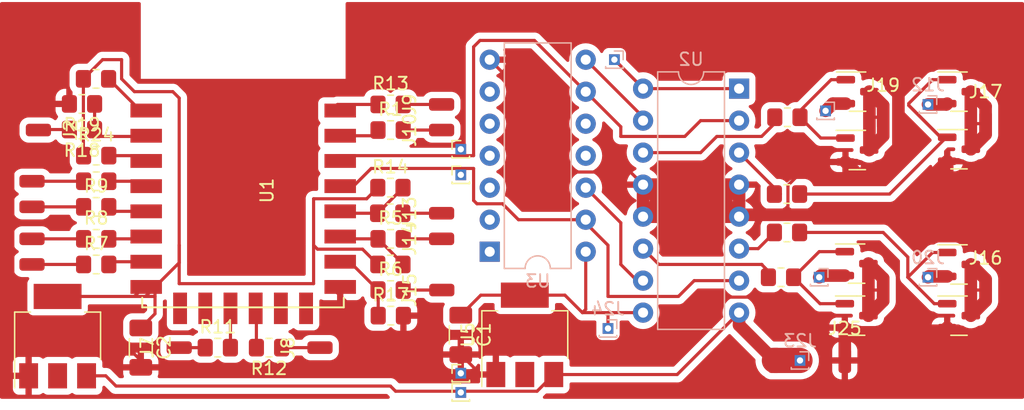
<source format=kicad_pcb>
(kicad_pcb (version 20221018) (generator pcbnew)
  (layers (0 "F.Cu" signal) (31 "B.Cu" signal) (34 "B.Paste" user) (35 "F.Paste" user) (36 "B.SilkS" user "B.Silkscreen") (37 "F.SilkS" user "F.Silkscreen") (38 "B.Mask" user) (39 "F.Mask" user) (44 "Edge.Cuts" user))
  (net 0 "")
  (net 1 "Net-(J2-Pin_1)")
  (net 2 "Net-(J3-Pin_1)")
  (net 3 "Net-(J4-Pin_1)")
  (net 4 "Net-(J5-Pin_1)")
  (net 5 "Net-(J6-Pin_1)")
  (net 6 "Net-(J7-Pin_1)")
  (net 7 "Net-(J8-Pin_1)")
  (net 8 "Net-(J9-Pin_1)")
  (net 9 "Net-(J10-Pin_1)")
  (net 10 "Net-(J13-Pin_1)")
  (net 11 "Net-(J14-Pin_1)")
  (net 12 "Net-(J15-Pin_1)")
  (net 13 "Net-(J16-Pin_1)")
  (net 14 "Net-(J17-Pin_1)")
  (net 15 "Net-(J18-Pin_1)")
  (net 16 "Net-(J19-Pin_1)")
  (net 17 "Net-(Q1-G)")
  (net 18 "Net-(Q2-G)")
  (net 19 "Net-(Q3-G)")
  (net 20 "Net-(Q4-G)")
  (net 21 "Net-(U1-RXD)")
  (net 22 "Net-(U1-GPIO0)")
  (net 23 "Net-(U1-GPIO2)")
  (net 24 "Net-(U1-GPIO15)")
  (net 25 "Net-(U1-GPIO13)")
  (net 26 "Net-(U1-GPIO12)")
  (net 27 "Net-(U1-GPIO14)")
  (net 28 "Net-(U1-GPIO16)")
  (net 29 "Net-(U1-GPIO9)")
  (net 30 "Net-(U1-GPIO10)")
  (net 31 "Net-(U1-TXD)")
  (net 32 "Net-(U1-REST)")
  (net 33 "Net-(U1-ADC)")
  (net 34 "Net-(U2-1Y)")
  (net 35 "Net-(U2-2Y)")
  (net 36 "Net-(U2-3Y)")
  (net 37 "Net-(U2-4Y)")
  (net 38 "Net-(U1-CH_PD)")
  (net 47 "GND")
  (net 48 "+5V")
  (net 49 "+3.3V")
  (net 50 "+12V")
  (net 55 "Net-(U2-3A)")
  (net 56 "Net-(U2-4A)")
  (net 57 "Net-(J28-Pin_1)")
  (net 58 "Net-(J29-Pin_1)")
  (footprint "Resistor_SMD:R_0805_2012Metric_Pad1.20x1.40mm_HandSolder" (layer "F.Cu") (at 94.98 47.752)
    (fp_text reference "R4" hide)
    (fp_text value "R")
  )
  (footprint "Package_TO_SOT_SMD:SOT-223-3_TabPin2" (layer "F.Cu") (at 68.58 57.506 90)
    (fp_text reference "U4" hide)
    (fp_text value "LM1117MP-3.3")
  )
  (footprint "Connector_Wire:SolderWirePad_1x01_SMD_1x2mm" (layer "F.Cu") (at 89.408 58.42 90)
    (fp_text reference "J8")
    (fp_text value "Conn_01x01_Pin" hide)
  )
  (footprint "Connector_Wire:SolderWirePad_1x01_SMD_1x2mm" (layer "F.Cu") (at 99.06 47.752 90)
    (fp_text reference "J13")
    (fp_text value "Conn_01x01_Pin" hide)
  )
  (footprint "Package_TO_SOT_SMD:SOT-23" (layer "F.Cu") (at 140.1295 55.88)
    (fp_text reference "Q5" hide)
    (fp_text value "AO3400A" hide)
  )
  (footprint "Resistor_SMD:R_0805_2012Metric_Pad1.20x1.40mm_HandSolder" (layer "F.Cu") (at 71.644 49.784)
    (fp_text reference "R8")
    (fp_text value "R")
  )
  (footprint "Connector_Wire:SolderWirePad_1x01_SMD_1x2mm" (layer "F.Cu") (at 99.06 41.148 90)
    (fp_text reference "J10")
    (fp_text value "Conn_01x01_Pin" hide)
  )
  (footprint "Resistor_SMD:R_0805_2012Metric_Pad1.20x1.40mm_HandSolder" (layer "F.Cu") (at 71.644 45.212)
    (fp_text reference "R10" hide)
    (fp_text value "R")
  )
  (footprint "Resistor_SMD:R_0805_2012Metric_Pad1.20x1.40mm_HandSolder" (layer "F.Cu") (at 94.996 51.816)
    (fp_text reference "R15" hide)
    (fp_text value "R")
  )
  (footprint "Package_TO_SOT_SMD:SOT-23" (layer "F.Cu") (at 140.1295 38.1)
    (fp_text reference "Q6" hide)
    (fp_text value "AO3401A" hide)
  )
  (footprint "Connector_PinHeader_1.00mm:PinHeader_1x01_P1.00mm_Vertical" (layer "F.Cu") (at 100.584 61.976)
    (fp_text reference "J26" hide)
    (fp_text value "Conn_01x01_Pin" hide)
  )
  (footprint "Connector_PinHeader_1.00mm:PinHeader_1x01_P1.00mm_Vertical" (layer "F.Cu") (at 100.584 60.452)
    (fp_text reference "J27" hide)
    (fp_text value "Conn_01x01_Pin" hide)
  )
  (footprint "Connector_Wire:SolderWirePad_1x01_SMD_1x2mm" (layer "F.Cu") (at 125.476 59.436 180)
    (fp_text reference "J1" hide)
    (fp_text value "Conn_01x01_Pin" hide)
  )
  (footprint "Connector_Wire:SolderWirePad_1x01_SMD_1x2mm" (layer "F.Cu") (at 66.548 45.212 90)
    (fp_text reference "J3" hide)
    (fp_text value "Conn_01x01_Pin")
  )
  (footprint "Connector_Wire:SolderWirePad_1x01_SMD_1x2mm" (layer "F.Cu") (at 99.076 53.848 90)
    (fp_text reference "J15")
    (fp_text value "Conn_01x01_Pin" hide)
  )
  (footprint "Connector_Wire:SolderWirePad_1x01_SMD_1x2mm" (layer "F.Cu") (at 142.24 53.848)
    (fp_text reference "J16")
    (fp_text value "Conn_01x01_Pin" hide)
  )
  (footprint "Connector_Wire:SolderWirePad_1x01_SMD_1x2mm" (layer "F.Cu") (at 66.548 51.816 90)
    (fp_text reference "J6" hide)
    (fp_text value "Conn_01x01_Pin" hide)
  )
  (footprint "Connector_Wire:SolderWirePad_1x01_SMD_1x2mm" (layer "F.Cu") (at 66.548 49.784 90)
    (fp_text reference "J5" hide)
    (fp_text value "Conn_01x01_Pin" hide)
  )
  (footprint "Connector_Wire:SolderWirePad_1x01_SMD_1x2mm" (layer "F.Cu") (at 142.24 40.64)
    (fp_text reference "J17")
    (fp_text value "Conn_01x01_Pin" hide)
  )
  (footprint "Package_TO_SOT_SMD:SOT-23" (layer "F.Cu") (at 132.08 38.1)
    (fp_text reference "Q7" hide)
    (fp_text value "AO3401A" hide)
  )
  (footprint "Resistor_SMD:R_0805_2012Metric_Pad1.20x1.40mm_HandSolder" (layer "F.Cu") (at 95.012 49.784)
    (fp_text reference "R5")
    (fp_text value "R")
  )
  (footprint "Connector_Wire:SolderWirePad_1x01_SMD_1x2mm" (layer "F.Cu") (at 131.064 59.436)
    (fp_text reference "J25")
    (fp_text value "Conn_01x01_Pin" hide)
  )
  (footprint "Resistor_SMD:R_0805_2012Metric_Pad1.20x1.40mm_HandSolder" (layer "F.Cu") (at 70.51704 41.106607 180)
    (fp_text reference "R18")
    (fp_text value "R")
  )
  (footprint "Connector_Wire:SolderWirePad_1x01_SMD_1x2mm" (layer "F.Cu") (at 66.548 47.244 90)
    (fp_text reference "J4" hide)
    (fp_text value "Conn_01x01_Pin")
  )
  (footprint "Capacitor_SMD:C_1206_3216Metric_Pad1.33x1.80mm_HandSolder" (layer "F.Cu") (at 75.184 58.42 -90)
    (fp_text reference "C2")
    (fp_text value "C")
  )
  (footprint "Connector_Wire:SolderWirePad_1x01_SMD_1x2mm" (layer "F.Cu") (at 99.06 39.116 90)
    (fp_text reference "J9")
    (fp_text value "Conn_01x01_Pin" hide)
  )
  (footprint "Resistor_SMD:R_0805_2012Metric_Pad1.20x1.40mm_HandSolder" (layer "F.Cu") (at 94.996 45.72)
    (fp_text reference "R14")
    (fp_text value "R")
  )
  (footprint "Resistor_SMD:R_0805_2012Metric_Pad1.20x1.40mm_HandSolder" (layer "F.Cu") (at 81.296 58.42)
    (fp_text reference "R11")
    (fp_text value "R")
  )
  (footprint "Package_TO_SOT_SMD:SOT-23" (layer "F.Cu") (at 140.1295 51.816)
    (fp_text reference "Q4" hide)
    (fp_text value "AO3401A" hide)
  )
  (footprint "Connector_Wire:SolderWirePad_1x01_SMD_1x2mm" (layer "F.Cu") (at 99.06 49.784 90)
    (fp_text reference "J14")
    (fp_text value "Conn_01x01_Pin" hide)
  )
  (footprint "Resistor_SMD:R_0805_2012Metric_Pad1.20x1.40mm_HandSolder" (layer "F.Cu") (at 95.012 41.148)
    (fp_text reference "R1")
    (fp_text value "R")
  )
  (footprint "Resistor_SMD:R_0805_2012Metric_Pad1.20x1.40mm_HandSolder" (layer "F.Cu") (at 85.36 58.42 180)
    (fp_text reference "R12")
    (fp_text value "R")
  )
  (footprint "Resistor_SMD:R_0805_2012Metric_Pad1.20x1.40mm_HandSolder" (layer "F.Cu") (at 95.012 39.116)
    (fp_text reference "R13")
    (fp_text value "R")
  )
  (footprint "Package_TO_SOT_SMD:SOT-23" (layer "F.Cu") (at 132.05536 42.73325)
    (fp_text reference "Q1" hide)
    (fp_text value "AO3400A" hide)
  )
  (footprint "Connector_Wire:SolderWirePad_1x01_SMD_1x2mm" (layer "F.Cu") (at 134.112 40.132)
    (fp_text reference "J19")
    (fp_text value "Conn_01x01_Pin" hide)
  )
  (footprint "Resistor_SMD:R_0805_2012Metric_Pad1.20x1.40mm_HandSolder" (layer "F.Cu") (at 95.028 55.88)
    (fp_text reference "R17")
    (fp_text value "R")
  )
  (footprint "Resistor_SMD:R_0805_2012Metric_Pad1.20x1.40mm_HandSolder" (layer "F.Cu") (at 71.628 37.084)
    (fp_text reference "R16" hide)
    (fp_text value "R")
  )
  (footprint "Package_TO_SOT_SMD:SOT-223-3_TabPin2" (layer "F.Cu") (at 105.664 57.404 90)
    (fp_text reference "U5")
    (fp_text value "LM1117MP-5.0" hide)
  )
  (footprint "Resistor_SMD:R_0805_2012Metric_Pad1.20x1.40mm_HandSolder" (layer "F.Cu") (at 126 52.832)
    (fp_text reference "R22" hide)
    (fp_text value "R" hide)
  )
  (footprint "Resistor_SMD:R_0805_2012Metric_Pad1.20x1.40mm_HandSolder" (layer "F.Cu") (at 126.476 46.228)
    (fp_text reference "R20" hide)
    (fp_text value "R")
  )
  (footprint "Resistor_SMD:R_0805_2012Metric_Pad1.20x1.40mm_HandSolder" (layer "F.Cu") (at 70.51704 39.074607 180)
    (fp_text reference "R19")
    (fp_text value "R")
  )
  (footprint "ESP8266:ESP-12E_SMD" (layer "F.Cu") (at 76.312 39.6005)
    (fp_text reference "U1")
    (fp_text value "ESP-12F" hide)
  )
  (footprint "Resistor_SMD:R_0805_2012Metric_Pad1.20x1.40mm_HandSolder" (layer "F.Cu") (at 126.508 40.132)
    (fp_text reference "R23" hide)
    (fp_text value "R" hide)
  )
  (footprint "Connector_Wire:SolderWirePad_1x01_SMD_1x2mm" (layer "F.Cu") (at 134.112 53.848)
    (fp_text reference "J18" hide)
    (fp_text value "Conn_01x01_Pin" hide)
  )
  (footprint "Package_TO_SOT_SMD:SOT-23" (layer "F.Cu") (at 132.0015 55.88)
    (fp_text reference "Q2" hide)
    (fp_text value "AO3400A" hide)
  )
  (footprint "Resistor_SMD:R_0805_2012Metric_Pad1.20x1.40mm_HandSolder" (layer "F.Cu") (at 71.644 43.18)
    (fp_text reference "R24")
    (fp_text value "R")
  )
  (footprint "Package_TO_SOT_SMD:SOT-23" (layer "F.Cu") (at 132.0015 51.75)
    (fp_text reference "Q8" hide)
    (fp_text value "AO3401A" hide)
  )
  (footprint "Connector_Wire:SolderWirePad_1x01_SMD_1x2mm" (layer "F.Cu") (at 78.232 58.42 90)
    (fp_text reference "J7")
    (fp_text value "Conn_01x01_Pin" hide)
  )
  (footprint "Connector_Wire:SolderWirePad_1x01_SMD_1x2mm" (layer "F.Cu") (at 67.056 41.148 -90)
    (fp_text reference "J2")
    (fp_text value "Conn_01x01_Pin" hide)
  )
  (footprint "Resistor_SMD:R_0805_2012Metric_Pad1.20x1.40mm_HandSolder" (layer "F.Cu") (at 71.644 47.244)
    (fp_text reference "R9")
    (fp_text value "R")
  )
  (footprint "Connector_PinHeader_1.00mm:PinHeader_1x01_P1.00mm_Vertical" (layer "F.Cu") (at 100.584 44.704)
    (fp_text reference "J29" hide)
    (fp_text value "Conn_01x01_Pin" hide)
  )
  (footprint "Resistor_SMD:R_0805_2012Metric_Pad1.20x1.40mm_HandSolder" (layer "F.Cu") (at 126.476 49.276)
    (fp_text reference "R21" hide)
    (fp_text value "R" hide)
  )
  (footprint "Capacitor_SMD:C_1206_3216Metric_Pad1.33x1.80mm_HandSolder" (layer "F.Cu") (at 100.584 57.404 -90)
    (fp_text reference "C1")
    (fp_text value "C")
  )
  (footprint "Resistor_SMD:R_0805_2012Metric_Pad1.20x1.40mm_HandSolder" (layer "F.Cu") (at 71.644 51.816)
    (fp_text reference "R7")
    (fp_text value "R")
  )
  (footprint "Package_TO_SOT_SMD:SOT-23" (layer "F.Cu") (at 140.1295 42.672)
    (fp_text reference "Q3" hide)
    (fp_text value "AO3400A" hide)
  )
  (footprint "Resistor_SMD:R_0805_2012Metric_Pad1.20x1.40mm_HandSolder" (layer "F.Cu") (at 95.012 53.848)
    (fp_text reference "R6")
    (fp_text value "R")
  )
  (footprint "Connector_PinHeader_1.00mm:PinHeader_1x01_P1.00mm_Vertical" (layer "F.Cu") (at 100.584 42.672)
    (fp_text reference "J28" hide)
    (fp_text value "Conn_01x01_Pin" hide)
  )
  (footprint "Connector_PinHeader_1.00mm:PinHeader_1x01_P1.00mm_Vertical" (layer "B.Cu") (at 129.032 52.832 180)
    (fp_text reference "J21" hide)
    (fp_text value "Conn_01x01_Pin" hide)
  )
  (footprint "Connector_PinHeader_1.00mm:PinHeader_1x01_P1.00mm_Vertical" (layer "B.Cu") (at 137.668 39.116 180)
    (fp_text reference "J12")
    (fp_text value "Conn_01x01_Pin" hide)
  )
  (footprint "Connector_PinHeader_1.00mm:PinHeader_1x01_P1.00mm_Vertical" (layer "B.Cu") (at 137.668 52.832 180)
    (fp_text reference "J20")
    (fp_text value "Conn_01x01_Pin" hide)
  )
  (footprint "Package_DIP:DIP-14_W7.62mm" (layer "B.Cu") (at 102.88 50.805)
    (fp_text reference "U3")
    (fp_text value "74HC04" hide)
  )
  (footprint "Connector_PinHeader_1.00mm:PinHeader_1x01_P1.00mm_Vertical" (layer "B.Cu") (at 129.54 39.624 180)
    (fp_text reference "J11" hide)
    (fp_text value "Conn_01x01_Pin" hide)
  )
  (footprint "Connector_PinHeader_1.00mm:PinHeader_1x01_P1.00mm_Vertical" (layer "B.Cu") (at 112.776 35.56 180)
    (fp_text reference "J22" hide)
    (fp_text value "Conn_01x01_Pin" hide)
  )
  (footprint "Connector_PinHeader_1.00mm:PinHeader_1x01_P1.00mm_Vertical" (layer "B.Cu") (at 112.268 56.896 180)
    (fp_text reference "J24")
    (fp_text value "Conn_01x01_Pin" hide)
  )
  (footprint "Package_DIP:DIP-16_W7.62mm" (layer "B.Cu") (at 122.672 37.861 180)
    (fp_text reference "U2")
    (fp_text value "L293D")
  )
  (footprint "Connector_PinHeader_1.00mm:PinHeader_1x01_P1.00mm_Vertical" (layer "B.Cu") (at 127.508 59.436 180)
    (fp_text reference "J23")
    (fp_text value "Conn_01x01_Pin" hide)
  )
  (segment (start 69.51704 41.106607) (end 66.96104 41.106607) (width 0.25) (layer "F.Cu") (net 1))
  (segment (start 70.644 45.212) (end 66.548 45.212) (width 0.25) (layer "F.Cu") (net 2))
  (segment (start 70.644 47.244) (end 66.548 47.244) (width 0.25) (layer "F.Cu") (net 3))
  (segment (start 70.644 49.784) (end 66.548 49.784) (width 0.25) (layer "F.Cu") (net 4))
  (segment (start 70.644 51.816) (end 66.548 51.816) (width 0.25) (layer "F.Cu") (net 5))
  (segment (start 80.296 58.42) (end 77.724 58.42) (width 0.25) (layer "F.Cu") (net 6))
  (segment (start 86.36 58.42) (end 89.408 58.42) (width 0.25) (layer "F.Cu") (net 7))
  (segment (start 96.012 39.116) (end 99.06 39.116) (width 0.25) (layer "F.Cu") (net 8))
  (segment (start 96.012 41.148) (end 99.06 41.148) (width 0.25) (layer "F.Cu") (net 9))
  (segment (start 95.98 47.752) (end 99.06 47.752) (width 0.25) (layer "F.Cu") (net 10))
  (segment (start 96.012 49.784) (end 99.06 49.784) (width 0.25) (layer "F.Cu") (net 11))
  (segment (start 96.012 53.848) (end 99.076 53.848) (width 0.25) (layer "F.Cu") (net 12))
  (segment (start 142.24 52.989) (end 141.067 51.816) (width 1) (layer "F.Cu") (net 13))
  (segment (start 141.067 53.848) (end 141.067 55.88) (width 0.25) (layer "F.Cu") (net 13))
  (segment (start 142.24 54.707) (end 141.067 55.88) (width 1) (layer "F.Cu") (net 13))
  (segment (start 142.24 53.848) (end 142.24 54.707) (width 1) (layer "F.Cu") (net 13))
  (segment (start 141.067 53.848) (end 142.24 53.848) (width 0.25) (layer "F.Cu") (net 13))
  (segment (start 141.067 55.88) (end 141.067 51.816) (width 1) (layer "F.Cu") (net 13))
  (segment (start 142.24 53.848) (end 142.24 52.989) (width 1) (layer "F.Cu") (net 13))
  (segment (start 141.067 51.816) (end 141.067 53.848) (width 0.25) (layer "F.Cu") (net 13))
  (segment (start 141.067 41.148) (end 141.067 40.64) (width 0.25) (layer "F.Cu") (net 14))
  (segment (start 142.24 40.64) (end 141.067 40.64) (width 0.25) (layer "F.Cu") (net 14))
  (segment (start 142.24 40.64) (end 142.24 39.273) (width 1) (layer "F.Cu") (net 14))
  (segment (start 142.24 40.64) (end 142.24 41.499) (width 1) (layer "F.Cu") (net 14))
  (segment (start 141.067 42.672) (end 141.067 38.1) (width 1) (layer "F.Cu") (net 14))
  (segment (start 142.24 41.499) (end 141.067 42.672) (width 1) (layer "F.Cu") (net 14))
  (segment (start 141.067 40.64) (end 141.067 38.1) (width 0.25) (layer "F.Cu") (net 14))
  (segment (start 142.24 39.273) (end 141.067 38.1) (width 1) (layer "F.Cu") (net 14))
  (segment (start 141.067 42.672) (end 141.067 41.148) (width 0.25) (layer "F.Cu") (net 14))
  (segment (start 132.939 51.75) (end 132.939 53.848) (width 0.25) (layer "F.Cu") (net 15))
  (segment (start 134.112 53.848) (end 134.112 54.707) (width 1) (layer "F.Cu") (net 15))
  (segment (start 134.112 53.848) (end 134.112 52.923) (width 1) (layer "F.Cu") (net 15))
  (segment (start 134.112 54.707) (end 132.939 55.88) (width 1) (layer "F.Cu") (net 15))
  (segment (start 134.112 53.848) (end 132.939 53.848) (width 0.25) (layer "F.Cu") (net 15))
  (segment (start 134.112 52.923) (end 132.939 51.75) (width 1) (layer "F.Cu") (net 15))
  (segment (start 132.939 53.848) (end 132.939 55.88) (width 0.25) (layer "F.Cu") (net 15))
  (segment (start 132.939 55.88) (end 132.939 51.75) (width 1) (layer "F.Cu") (net 15))
  (segment (start 132.99286 40.132) (end 132.99286 38.12464) (width 0.25) (layer "F.Cu") (net 16))
  (segment (start 133.0175 42.70861) (end 132.99286 42.73325) (width 1) (layer "F.Cu") (net 16))
  (segment (start 132.99286 40.132) (end 134.112 40.132) (width 0.25) (layer "F.Cu") (net 16))
  (segment (start 134.112 41.61411) (end 132.99286 42.73325) (width 1) (layer "F.Cu") (net 16))
  (segment (start 134.112 40.132) (end 134.112 41.61411) (width 1) (layer "F.Cu") (net 16))
  (segment (start 134.112 40.132) (end 134.112 39.1945) (width 1) (layer "F.Cu") (net 16))
  (segment (start 132.99286 38.12464) (end 133.0175 38.1) (width 0.25) (layer "F.Cu") (net 16))
  (segment (start 133.0175 38.1) (end 133.0175 42.70861) (width 1) (layer "F.Cu") (net 16))
  (segment (start 134.112 39.1945) (end 133.0175 38.1) (width 1) (layer "F.Cu") (net 16))
  (segment (start 132.99286 42.73325) (end 132.99286 40.132) (width 0.25) (layer "F.Cu") (net 16))
  (segment (start 131.11786 41.78325) (end 129.15925 41.78325) (width 0.25) (layer "F.Cu") (net 17))
  (segment (start 127.508 39.624) (end 127.508 40.132) (width 0.25) (layer "F.Cu") (net 17))
  (segment (start 131.1425 37.15) (end 129.982 37.15) (width 0.25) (layer "F.Cu") (net 17))
  (segment (start 129.15925 41.78325) (end 127.508 40.132) (width 0.25) (layer "F.Cu") (net 17))
  (segment (start 129.982 37.15) (end 127.508 39.624) (width 0.25) (layer "F.Cu") (net 17))
  (segment (start 129.032 50.8) (end 131.064 50.8) (width 0.25) (layer "F.Cu") (net 18))
  (segment (start 131.064 54.93) (end 129.098 54.93) (width 0.25) (layer "F.Cu") (net 18))
  (segment (start 127 52.832) (end 129.032 50.8) (width 0.25) (layer "F.Cu") (net 18))
  (segment (start 129.098 54.93) (end 127 52.832) (width 0.25) (layer "F.Cu") (net 18))
  (segment (start 136.144 39.0375) (end 138.0315 37.15) (width 0.25) (layer "F.Cu") (net 19))
  (segment (start 138.0315 37.15) (end 139.192 37.15) (width 0.25) (layer "F.Cu") (net 19))
  (segment (start 138.89875 41.94925) (end 136.144 39.1945) (width 0.25) (layer "F.Cu") (net 19))
  (segment (start 136.144 39.1945) (end 136.144 39.0375) (width 0.25) (layer "F.Cu") (net 19))
  (segment (start 134.62 46.228) (end 138.89875 41.94925) (width 0.25) (layer "F.Cu") (net 19))
  (segment (start 127.476 46.228) (end 134.62 46.228) (width 0.25) (layer "F.Cu") (net 19))
  (segment (start 138.6715 41.722) (end 136.144 39.1945) (width 0.25) (layer "F.Cu") (net 19))
  (segment (start 139.192 41.722) (end 138.6715 41.722) (width 0.25) (layer "F.Cu") (net 19))
  (segment (start 136.0655 51.2295) (end 134.112 49.276) (width 0.25) (layer "F.Cu") (net 20))
  (segment (start 138.1635 54.93) (end 136.0655 52.832) (width 0.25) (layer "F.Cu") (net 20))
  (segment (start 139.192 54.93) (end 138.1635 54.93) (width 0.25) (layer "F.Cu") (net 20))
  (segment (start 134.112 49.276) (end 127.476 49.276) (width 0.25) (layer "F.Cu") (net 20))
  (segment (start 136.0655 52.832) (end 136.0655 51.2295) (width 0.25) (layer "F.Cu") (net 20))
  (segment (start 136.0655 52.832) (end 138.0315 50.866) (width 0.25) (layer "F.Cu") (net 20))
  (segment (start 138.0315 50.866) (end 139.192 50.866) (width 0.25) (layer "F.Cu") (net 20))
  (segment (start 90.312 41.6005) (end 93.5595 41.6005) (width 0.25) (layer "F.Cu") (net 21))
  (segment (start 93.5595 41.6005) (end 94.012 41.148) (width 0.25) (layer "F.Cu") (net 21))
  (segment (start 95.996 45.72) (end 95.996 45.736) (width 0.25) (layer "F.Cu") (net 22))
  (segment (start 95.996 45.736) (end 93.98 47.752) (width 0.25) (layer "F.Cu") (net 22))
  (segment (start 90.4635 47.752) (end 90.312 47.6005) (width 0.25) (layer "F.Cu") (net 22))
  (segment (start 93.98 47.752) (end 90.4635 47.752) (width 0.25) (layer "F.Cu") (net 22))
  (segment (start 95.996 51.816) (end 95.996 51.768) (width 0.25) (layer "F.Cu") (net 23))
  (segment (start 94.012 49.784) (end 90.4955 49.784) (width 0.25) (layer "F.Cu") (net 23))
  (segment (start 90.4955 49.784) (end 90.312 49.6005) (width 0.25) (layer "F.Cu") (net 23))
  (segment (start 95.996 51.768) (end 94.012 49.784) (width 0.25) (layer "F.Cu") (net 23))
  (segment (start 91.7645 51.6005) (end 94.012 53.848) (width 0.25) (layer "F.Cu") (net 24))
  (segment (start 94.028 55.88) (end 94.028 53.864) (width 0.25) (layer "F.Cu") (net 24))
  (segment (start 94.028 53.864) (end 94.012 53.848) (width 0.25) (layer "F.Cu") (net 24))
  (segment (start 90.312 51.6005) (end 91.7645 51.6005) (width 0.25) (layer "F.Cu") (net 24))
  (segment (start 76.312 51.6005) (end 72.8595 51.6005) (width 0.25) (layer "F.Cu") (net 25))
  (segment (start 72.8595 51.6005) (end 72.644 51.816) (width 0.25) (layer "F.Cu") (net 25))
  (segment (start 76.1285 49.784) (end 76.312 49.6005) (width 0.25) (layer "F.Cu") (net 26))
  (segment (start 72.644 49.784) (end 76.1285 49.784) (width 0.25) (layer "F.Cu") (net 26))
  (segment (start 73.0005 47.6005) (end 72.644 47.244) (width 0.25) (layer "F.Cu") (net 27))
  (segment (start 76.312 47.6005) (end 73.0005 47.6005) (width 0.25) (layer "F.Cu") (net 27))
  (segment (start 75.9235 45.212) (end 76.312 45.6005) (width 0.25) (layer "F.Cu") (net 28))
  (segment (start 72.644 45.212) (end 75.9235 45.212) (width 0.25) (layer "F.Cu") (net 28))
  (segment (start 82.302 54.6005) (end 82.302 58.414) (width 0.25) (layer "F.Cu") (net 29))
  (segment (start 82.302 58.414) (end 82.296 58.42) (width 0.25) (layer "F.Cu") (net 29))
  (segment (start 84.36 58.42) (end 84.36 54.6585) (width 0.25) (layer "F.Cu") (net 30))
  (segment (start 84.36 54.6585) (end 84.302 54.6005) (width 0.25) (layer "F.Cu") (net 30))
  (segment (start 94.012 39.116) (end 90.7965 39.116) (width 0.25) (layer "F.Cu") (net 31))
  (segment (start 90.7965 39.116) (end 90.312 39.6005) (width 0.25) (layer "F.Cu") (net 31))
  (segment (start 75.1445 39.6005) (end 72.628 37.084) (width 0.25) (layer "F.Cu") (net 32))
  (segment (start 76.312 39.6005) (end 75.1445 39.6005) (width 0.25) (layer "F.Cu") (net 32))
  (segment (start 76.2565 41.656) (end 76.312 41.6005) (width 0.25) (layer "F.Cu") (net 33))
  (segment (start 71.612 41.656) (end 76.2565 41.656) (width 0.25) (layer "F.Cu") (net 33))
  (segment (start 71.51704 41.106607) (end 71.51704 39.074607) (width 0.25) (layer "F.Cu") (net 33))
  (segment (start 122.672 42.941) (end 125.959 46.228) (width 0.25) (layer "F.Cu") (net 34))
  (segment (start 124.191 50.561) (end 122.672 50.561) (width 0.25) (layer "F.Cu") (net 35))
  (segment (start 125.476 49.276) (end 124.191 50.561) (width 0.25) (layer "F.Cu") (net 35))
  (segment (start 125 52.356) (end 124.46 51.816) (width 0.25) (layer "F.Cu") (net 36))
  (segment (start 125 52.832) (end 125 52.356) (width 0.25) (layer "F.Cu") (net 36))
  (segment (start 116.307 51.816) (end 124.46 51.816) (width 0.25) (layer "F.Cu") (net 36))
  (segment (start 115.052 50.561) (end 116.307 51.816) (width 0.25) (layer "F.Cu") (net 36))
  (segment (start 124.46 51.816) (end 124.492 51.816) (width 0.25) (layer "F.Cu") (net 36))
  (segment (start 119.619 42.941) (end 115.052 42.941) (width 0.25) (layer "F.Cu") (net 37))
  (segment (start 125.508 40.132) (end 125.508 40.608) (width 0.25) (layer "F.Cu") (net 37))
  (segment (start 125.508 40.608) (end 124.46 41.656) (width 0.25) (layer "F.Cu") (net 37))
  (segment (start 120.904 41.656) (end 119.619 42.941) (width 0.25) (layer "F.Cu") (net 37))
  (segment (start 124.46 41.656) (end 120.904 41.656) (width 0.25) (layer "F.Cu") (net 37))
  (segment (start 75.8915 43.18) (end 76.312 43.6005) (width 0.25) (layer "F.Cu") (net 38))
  (segment (start 72.644 43.18) (end 75.8915 43.18) (width 0.25) (layer "F.Cu") (net 38))
  (segment (start 107.188 39.116) (end 107.188 42.672) (width 0.25) (layer "F.Cu") (net 47))
  (segment (start 96.012 57.404) (end 91.552 57.404) (width 0.25) (layer "F.Cu") (net 47))
  (segment (start 138.618 57.404) (end 131.064 57.404) (width 1) (layer "F.Cu") (net 47))
  (segment (start 115.052 48.021) (end 120.132 48.021) (width 1) (layer "F.Cu") (net 47))
  (segment (start 122.672 45.481) (end 119.888 45.481) (width 1) (layer "F.Cu") (net 47))
  (segment (start 124.51542 54.41142) (end 126.934 56.83) (width 0.25) (layer "F.Cu") (net 47))
  (segment (start 104.762 36.69) (end 107.188 39.116) (width 0.25) (layer "F.Cu") (net 47))
  (segment (start 117.592 45.481) (end 117.856 45.481) (width 1) (layer "F.Cu") (net 47))
  (segment (start 102.88 35.565) (end 104.005 36.69) (width 0.25) (layer "F.Cu") (net 47))
  (segment (start 122.817 47.876) (end 122.672 48.021) (width 1) (layer "F.Cu") (net 47))
  (segment (start 66.548 58.928) (end 65.532 57.912) (width 0.25) (layer "F.Cu") (net 47))
  (segment (start 131.064 57.404) (end 131.064 56.83) (width 1) (layer "F.Cu") (net 47))
  (segment (start 66.28 60.656) (end 66.28 59.196) (width 0.25) (layer "F.Cu") (net 47))
  (segment (start 115.052 48.021) (end 117.592 45.481) (width 1) (layer "F.Cu") (net 47))
  (segment (start 85.852 59.944) (end 86.36 60.452) (width 0.25) (layer "F.Cu") (net 47))
  (segment (start 143.44 42.996) (end 143.764 42.672) (width 1) (layer "F.Cu") (net 47))
  (segment (start 120.132 48.021) (end 122.672 45.481) (width 1) (layer "F.Cu") (net 47))
  (segment (start 86.36 60.452) (end 91.44 60.452) (width 0.25) (layer "F.Cu") (net 47))
  (segment (start 122.672 48.021) (end 117.592 48.021) (width 1) (layer "F.Cu") (net 47))
  (segment (start 65.024 54.356) (end 65.024 54.677827) (width 0.25) (layer "F.Cu") (net 47))
  (segment (start 115.052 48.021) (end 117.348 48.021) (width 0.25) (layer "F.Cu") (net 47))
  (segment (start 135.319 43.280062) (end 135.427469 43.388531) (width 1) (layer "F.Cu") (net 47))
  (segment (start 142.748 57.404) (end 143.764 56.388) (width 1) (layer "F.Cu") (net 47))
  (segment (start 65.024 39.624) (end 65.024 54.356) (width 0.25) (layer "F.Cu") (net 47))
  (segment (start 116.332 58.928) (end 120.84858 54.41142) (width 0.25) (layer "F.Cu") (net 47))
  (segment (start 90.312 53.6005) (end 91.552 54.8405) (width 0.25) (layer "F.Cu") (net 47))
  (segment (start 69.51704 39.074607) (end 65.573393 39.074607) (width 0.25) (layer "F.Cu") (net 47))
  (segment (start 131.064 56.83) (end 139.192 56.83) (width 0.25) (layer "F.Cu") (net 47))
  (segment (start 134.112 44.704) (end 133.604 44.704) (width 1) (layer "F.Cu") (net 47))
  (segment (start 143.256 35.56) (end 136.144 35.56) (width 1) (layer "F.Cu") (net 47))
  (segment (start 117.856 45.481) (end 115.052 45.481) (width 1) (layer "F.Cu") (net 47))
  (segment (start 104.005 36.69) (end 104.762 36.69) (width 0.25) (layer "F.Cu") (net 47))
  (segment (start 134.648 47.876) (end 122.817 47.876) (width 1) (layer "F.Cu") (net 47))
  (segment (start 117.348 47.777) (end 117.348 48.021) (width 0.25) (layer "F.Cu") (net 47))
  (segment (start 136.144 35.56) (end 135.319 36.385) (width 1) (layer "F.Cu") (net 47))
  (segment (start 66.28 59.196) (end 66.548 58.928) (width 0.25) (layer "F.Cu") (net 47))
  (segment (start 122.672 48.021) (end 120.132 45.481) (width 1) (layer "F.Cu") (net 47))
  (segment (start 115.052 48.021) (end 122.672 48.021) (width 1) (layer "F.Cu") (net 47))
  (segment (start 131.064 59.436) (end 131.064 57.404) (width 1) (layer "F.Cu") (net 47))
  (segment (start 131.11311 43.688) (end 131.11786 43.68325) (width 0.25) (layer "F.Cu") (net 47))
  (segment (start 114.05048 44.47948) (end 115.052 45.481) (width 0.25) (layer "F.Cu") (net 47))
  (segment (start 117.348 48.021) (end 122.672 48.021) (width 0.25) (layer "F.Cu") (net 47))
  (segment (start 115.052 45.481) (end 115.052 48.021) (width 1) (layer "F.Cu") (net 47))
  (segment (start 139.192 43.622) (end 134.793 48.021) (width 1) (layer "F.Cu") (net 47))
  (segment (start 127.508 48.021) (end 126.551 48.021) (width 0.25) (layer "F.Cu") (net 47))
  (segment (start 74.676 58.928) (end 75.692 59.944) (width 0.25) (layer "F.Cu") (net 47))
  (segment (start 91.44 60.452) (end 91.948 60.452) (width 0.25) (layer "F.Cu") (net 47))
  (segment (start 75.692 59.944) (end 85.852 59.944) (width 0.25) (layer "F.Cu") (net 47))
  (segment (start 115.052 45.481) (end 117.348 47.777) (width 0.25) (layer "F.Cu") (net 47))
  (segment (start 119.888 45.481) (end 117.856 45.481) (width 1) (layer "F.Cu") (net 47))
  (segment (start 91.552 57.404) (end 91.552 60.056) (width 0.25) (layer "F.Cu") (net 47))
  (segment (start 108.99548 44.47948) (end 114.05048 44.47948) (width 0.25) (layer "F.Cu") (net 47))
  (segment (start 65.573393 39.074607) (end 65.024 39.624) (width 0.25) (layer "F.Cu") (net 47))
  (segment (start 91.948 60.452) (end 103.364 60.452) (width 0.25) (layer "F.Cu") (net 47))
  (segment (start 143.764 42.672) (end 143.764 36.068) (width 1) (layer "F.Cu") (net 47))
  (segment (start 120.84858 54.41142) (end 124.51542 54.41142) (width 0.25) (layer "F.Cu") (net 47))
  (segment (start 134.793 48.021) (end 134.648 47.876) (width 1) (layer "F.Cu") (net 47))
  (segment (start 91.552 55.88) (end 91.552 57.404) (width 0.25) (layer "F.Cu") (net 47))
  (segment (start 100.584 58.9665) (end 102.1715 60.554) (width 0.25) (layer "F.Cu") (net 47))
  (segment (start 132.13861 44.704) (end 131.11786 43.68325) (width 1) (layer "F.Cu") (net 47))
  (segment (start 128.402827 43.688) (end 128.407577 43.68325) (width 0.25) (layer "F.Cu") (net 47))
  (segment (start 122.672 48.021) (end 127.508 48.021) (width 0.25) (layer "F.Cu") (net 47))
  (segment (start 135.319 36.385) (end 135.319 43.280062) (width 1) (layer "F.Cu") (net 47))
  (segment (start 120.132 45.481) (end 119.888 45.481) (width 1) (layer "F.Cu") (net 47))
  (segment (start 143.764 50.8) (end 143.256 50.8) (width 1) (layer "F.Cu") (net 47))
  (segment (start 91.552 54.8405) (end 91.552 55.88) (width 0.25) (layer "F.Cu") (net 47))
  (segment (start 139.192 56.83) (end 139.766 57.404) (width 1) (layer "F.Cu") (net 47))
  (segment (start 65.532 54.864) (end 65.024 54.356) (width 0.25) (layer "F.Cu") (net 47))
  (segment (start 143.44 49.6) (end 143.44 42.996) (width 1) (layer "F.Cu") (net 47))
  (segment (start 135.427469 43.388531) (end 134.112 44.704) (width 1) (layer "F.Cu") (net 47))
  (segment (start 118.364 45.481) (end 120.132 45.481) (width 0.25) (layer "F.Cu") (net 47))
  (segment (start 143.764 56.388) (end 143.764 54.864) (width 1) (layer "F.Cu") (net 47))
  (segment (start 139.192 46.736) (end 139.446 46.99) (width 1) (layer "F.Cu") (net 47))
  (segment (start 139.766 57.404) (end 142.748 57.404) (width 1) (layer "F.Cu") (net 47))
  (segment (start 143.764 54.864) (end 143.764 50.8) (width 1) (layer "F.Cu") (net 47))
  (segment (start 133.604 44.704) (end 132.13861 44.704) (width 1) (layer "F.Cu") (net 47))
  (segment (start 143.256 50.8) (end 139.446 46.99) (width 1) (layer "F.Cu") (net 47))
  (segment (start 128.402827 43.688) (end 131.11311 43.688) (width 0.25) (layer "F.Cu") (net 47))
  (segment (start 126.934 56.83) (end 131.064 56.83) (width 0.25) (layer "F.Cu") (net 47))
  (segment (start 143.764 36.068) (end 143.256 35.56) (width 1) (layer "F.Cu") (net 47))
  (segment (start 122.672 48.021) (end 122.672 45.481) (width 1) (layer "F.Cu") (net 47))
  (segment (start 102.1715 60.554) (end 103.364 60.554) (width 0.25) (layer "F.Cu") (net 47))
  (segment (start 143.256 49.784) (end 143.44 49.6) (width 1) (layer "F.Cu") (net 47))
  (segment (start 139.192 43.622) (end 139.192 46.736) (width 1) (layer "F.Cu") (net 47))
  (segment (start 66.548 58.928) (end 74.676 58.928) (width 0.25) (layer "F.Cu") (net 47))
  (segment (start 117.592 45.481) (end 118.364 45.481) (width 0.25) (layer "F.Cu") (net 47))
  (segment (start 103.364 58.928) (end 116.332 58.928) (width 0.25) (layer "F.Cu") (net 47))
  (segment (start 127.508 48.021) (end 134.793 48.021) (width 0.25) (layer "F.Cu") (net 47))
  (segment (start 115.052 45.481) (end 118.364 45.481) (width 0.25) (layer "F.Cu") (net 47))
  (segment (start 139.192 56.83) (end 138.618 57.404) (width 1) (layer "F.Cu") (net 47))
  (segment (start 65.532 57.912) (end 65.532 54.864) (width 0.25) (layer "F.Cu") (net 47))
  (segment (start 107.188 42.672) (end 108.99548 44.47948) (width 0.25) (layer "F.Cu") (net 47))
  (segment (start 96.028 55.88) (end 96.028 57.388) (width 0.25) (layer "F.Cu") (net 47))
  (segment (start 103.364 60.452) (end 103.364 58.928) (width 0.25) (layer "F.Cu") (net 47))
  (segment (start 96.028 57.388) (end 96.012 57.404) (width 0.25) (layer "F.Cu") (net 47))
  (segment (start 117.592 48.021) (end 115.052 45.481) (width 1) (layer "F.Cu") (net 47))
  (segment (start 126.551 45.539827) (end 128.402827 43.688) (width 0.25) (layer "F.Cu") (net 47))
  (segment (start 143.256 50.8) (end 143.256 49.784) (width 0.25) (layer "F.Cu") (net 47))
  (segment (start 91.552 60.056) (end 91.948 60.452) (width 0.25) (layer "F.Cu") (net 47))
  (segment (start 126.551 48.021) (end 126.551 45.539827) (width 0.25) (layer "F.Cu") (net 47))
  (segment (start 115.052 37.861) (end 122.672 37.861) (width 0.25) (layer "F.Cu") (net 48))
  (segment (start 112.268 56.896) (end 112.268 55.641) (width 0.25) (layer "F.Cu") (net 48))
  (segment (start 108.849 54.254) (end 102.1715 54.254) (width 0.25) (layer "F.Cu") (net 48))
  (segment (start 102.1715 54.254) (end 100.584 55.8415) (width 0.25) (layer "F.Cu") (net 48))
  (segment (start 115.052 37.861) (end 115.052 37.836) (width 0.25) (layer "F.Cu") (net 48))
  (segment (start 115.052 55.641) (end 112.268 55.641) (width 0.25) (layer "F.Cu") (net 48))
  (segment (start 115.052 37.836) (end 112.776 35.56) (width 0.25) (layer "F.Cu") (net 48))
  (segment (start 112.268 55.641) (end 110.236 55.641) (width 0.25) (layer "F.Cu") (net 48))
  (segment (start 110.5 55.377) (end 110.236 55.641) (width 0.25) (layer "F.Cu") (net 48))
  (segment (start 110.236 55.641) (end 108.849 54.254) (width 0.25) (layer "F.Cu") (net 48))
  (segment (start 110.5 50.805) (end 110.5 55.377) (width 0.25) (layer "F.Cu") (net 48))
  (segment (start 75.5565 54.356) (end 76.312 54.356) (width 0.25) (layer "F.Cu") (net 49))
  (segment (start 89.212791 50.604791) (end 88.9 50.292) (width 0.25) (layer "F.Cu") (net 49))
  (segment (start 76.312 53.6005) (end 75.4315 53.6005) (width 0.25) (layer "F.Cu") (net 49))
  (segment (start 88.9 50.292) (end 88.9 53.34) (width 0.25) (layer "F.Cu") (net 49))
  (segment (start 78.232 53.34) (end 78.232 50.292) (width 0.25) (layer "F.Cu") (net 49))
  (segment (start 93.112953 46.603047) (end 88.9 46.603047) (width 0.25) (layer "F.Cu") (net 49))
  (segment (start 77.724 38.1) (end 74.676 38.1) (width 0.25) (layer "F.Cu") (net 49))
  (segment (start 78.232 38.608) (end 77.724 38.1) (width 0.25) (layer "F.Cu") (net 49))
  (segment (start 75.5565 54.356) (end 74.676 54.356) (width 0.25) (layer "F.Cu") (net 49))
  (segment (start 76.312 54.356) (end 76.312 53.6005) (width 0.25) (layer "F.Cu") (net 49))
  (segment (start 76.0645 53.848) (end 76.312 53.6005) (width 0.25) (layer "F.Cu") (net 49))
  (segment (start 76.312 53.6005) (end 75.5565 54.356) (width 0.25) (layer "F.Cu") (net 49))
  (segment (start 73.66 37.084) (end 73.66 35.56) (width 0.25) (layer "F.Cu") (net 49))
  (segment (start 74.676 54.356) (end 70.104 54.356) (width 0.25) (layer "F.Cu") (net 49))
  (segment (start 70.644 43.18) (end 70.628 43.164) (width 0.25) (layer "F.Cu") (net 49))
  (segment (start 88.9 53.34) (end 78.232 53.34) (width 0.25) (layer "F.Cu") (net 49))
  (segment (start 78.232 51.6805) (end 76.312 53.6005) (width 0.25) (layer "F.Cu") (net 49))
  (segment (start 73.66 35.56) (end 72.152 35.56) (width 0.25) (layer "F.Cu") (net 49))
  (segment (start 93.996 45.72) (end 93.112953 46.603047) (width 0.25) (layer "F.Cu") (net 49))
  (segment (start 78.232 50.292) (end 78.232 51.6805) (width 0.25) (layer "F.Cu") (net 49))
  (segment (start 92.784791 50.604791) (end 89.212791 50.604791) (width 0.25) (layer "F.Cu") (net 49))
  (segment (start 78.232 50.292) (end 78.232 38.608) (width 0.25) (layer "F.Cu") (net 49))
  (segment (start 75.4315 53.6005) (end 74.676 54.356) (width 0.25) (layer "F.Cu") (net 49))
  (segment (start 72.152 35.56) (end 70.628 37.084) (width 0.25) (layer "F.Cu") (net 49))
  (segment (start 74.676 38.1) (end 73.66 37.084) (width 0.25) (layer "F.Cu") (net 49))
  (segment (start 76.312 55.7295) (end 76.312 54.356) (width 0.25) (layer "F.Cu") (net 49))
  (segment (start 93.996 51.816) (end 92.784791 50.604791) (width 0.25) (layer "F.Cu") (net 49))
  (segment (start 70.628 43.164) (end 70.628 37.084) (width 0.25) (layer "F.Cu") (net 49))
  (segment (start 88.9 46.603047) (end 88.9 50.292) (width 0.25) (layer "F.Cu") (net 49))
  (segment (start 75.184 56.8575) (end 76.312 55.7295) (width 0.25) (layer "F.Cu") (net 49))
  (segment (start 76.0645 53.848) (end 74.676 53.848) (width 0.25) (layer "F.Cu") (net 49))
  (segment (start 72.404 60.656) (end 73.216 61.468) (width 0.25) (layer "F.Cu") (net 50))
  (segment (start 130.114 39.05) (end 129.54 39.624) (width 1) (layer "F.Cu") (net 50))
  (segment (start 73.216 61.468) (end 94.996 61.468) (width 0.25) (layer "F.Cu") (net 50))
  (segment (start 117.759 60.554) (end 122.672 55.641) (width 0.25) (layer "F.Cu") (net 50))
  (segment (start 131.1425 39.05) (end 130.114 39.05) (width 1) (layer "F.Cu") (net 50))
  (segment (start 122.672 56.632) (end 125.476 59.436) (width 1) (layer "F.Cu") (net 50))
  (segment (start 122.672 55.641) (end 122.672 56.632) (width 1) (layer "F.Cu") (net 50))
  (segment (start 131.064 52.7) (end 129.164 52.7) (width 1) (layer "F.Cu") (net 50))
  (segment (start 95.407 61.879) (end 106.639 61.879) (width 0.25) (layer "F.Cu") (net 50))
  (segment (start 107.964 60.554) (end 117.759 60.554) (width 0.25) (layer "F.Cu") (net 50))
  (segment (start 137.668 39.116) (end 139.126 39.116) (width 1) (layer "F.Cu") (net 50))
  (segment (start 137.734 52.766) (end 137.668 52.832) (width 1) (layer "F.Cu") (net 50))
  (segment (start 125.476 59.436) (end 127.508 59.436) (width 2) (layer "F.Cu") (net 50))
  (segment (start 129.164 52.7) (end 129.032 52.832) (width 1) (layer "F.Cu") (net 50))
  (segment (start 106.639 61.879) (end 107.964 60.554) (width 0.25) (layer "F.Cu") (net 50))
  (segment (start 139.192 52.766) (end 137.734 52.766) (width 1) (layer "F.Cu") (net 50))
  (segment (start 94.996 61.468) (end 95.407 61.879) (width 0.25) (layer "F.Cu") (net 50))
  (segment (start 139.126 39.116) (end 139.192 39.05) (width 1) (layer "F.Cu") (net 50))
  (segment (start 70.88 60.656) (end 72.404 60.656) (width 0.25) (layer "F.Cu") (net 50))
  (segment (start 114.569 53.101) (end 113.284 51.816) (width 0.25) (layer "F.Cu") (net 55))
  (segment (start 113.284 51.816) (end 113.284 48.509) (width 0.25) (layer "F.Cu") (net 55))
  (segment (start 115.052 53.101) (end 114.569 53.101) (width 0.25) (layer "F.Cu") (net 55))
  (segment (start 113.284 48.509) (end 110.5 45.725) (width 0.25) (layer "F.Cu") (net 55))
  (segment (start 115.052 40.117) (end 115.052 40.401) (width 0.25) (layer "F.Cu") (net 56))
  (segment (start 110.5 35.565) (end 115.052 40.117) (width 0.25) (layer "F.Cu") (net 56))
  (segment (start 101.6 34.544) (end 102.108 34.036) (width 0.25) (layer "F.Cu") (net 57))
  (segment (start 90.7325 43.18) (end 101.6 43.18) (width 0.25) (layer "F.Cu") (net 57))
  (segment (start 113.284 40.889) (end 110.5 38.105) (width 0.25) (layer "F.Cu") (net 57))
  (segment (start 90.312 43.6005) (end 90.7325 43.18) (width 0.25) (layer "F.Cu") (net 57))
  (segment (start 122.672 40.401) (end 119.619 40.401) (width 0.25) (layer "F.Cu") (net 57))
  (segment (start 106.431 34.036) (end 110.5 38.105) (width 0.25) (layer "F.Cu") (net 57))
  (segment (start 118.364 41.656) (end 113.284 41.656) (width 0.25) (layer "F.Cu") (net 57))
  (segment (start 101.6 43.18) (end 101.6 34.544) (width 0.25) (layer "F.Cu") (net 57))
  (segment (start 119.619 40.401) (end 118.364 41.656) (width 0.25) (layer "F.Cu") (net 57))
  (segment (start 113.284 41.656) (end 113.284 40.889) (width 0.25) (layer "F.Cu") (net 57))
  (segment (start 102.108 34.036) (end 106.431 34.036) (width 0.25) (layer "F.Cu") (net 57))
  (segment (start 117.856 54.356) (end 119.111 53.101) (width 0.25) (layer "F.Cu") (net 58))
  (segment (start 93.472 44.196) (end 92.0675 45.6005) (width 0.25) (layer "F.Cu") (net 58))
  (segment (start 92.0675 45.6005) (end 90.312 45.6005) (width 0.25) (layer "F.Cu") (net 58))
  (segment (start 101.6 46.736) (end 101.6 44.196) (width 0.25) (layer "F.Cu") (net 58))
  (segment (start 112.268 54.356) (end 117.856 54.356) (width 0.25) (layer "F.Cu") (net 58))
  (segment (start 105.161 48.265) (end 103.894772 46.998772) (width 0.25) (layer "F.Cu") (net 58))
  (segment (start 112.268 50.292) (end 112.268 54.356) (width 0.25) (layer "F.Cu") (net 58))
  (segment (start 110.5 48.524) (end 112.268 50.292) (width 0.25) (layer "F.Cu") (net 58))
  (segment (start 101.862772 46.998772) (end 101.6 46.736) (width 0.25) (layer "F.Cu") (net 58))
  (segment (start 119.111 53.101) (end 122.672 53.101) (width 0.25) (layer "F.Cu") (net 58))
  (segment (start 103.894772 46.998772) (end 101.862772 46.998772) (width 0.25) (layer "F.Cu") (net 58))
  (segment (start 110.5 48.265) (end 105.161 48.265) (width 0.25) (layer "F.Cu") (net 58))
  (segment (start 110.5 48.265) (end 110.5 48.524) (width 0.25) (layer "F.Cu") (net 58))
  (segment (start 101.6 44.196) (end 93.472 44.196) (width 0.25) (layer "F.Cu") (net 58))
  (zone (net 47) (net_name "GND") (layer "F.Cu") (connect_pads (clearance 0.5)) (min_thickness 0.25) (fill yes (thermal_gap 0.5) (thermal_bridge_width 0.5))
    (polygon (pts (xy 64.008 30.988) (xy 64.008 62.484) (xy 145.288 62.484) (xy 145.288 30.988)))
  )
  (zone (net 0) (net_name "") (layer "F.Cu") (connect_pads (clearance 0)) (min_thickness 0.25)
    (keepout (tracks not_allowed) (vias not_allowed) (pads not_allowed) (copperpour not_allowed) (footprints allowed))
    (fill (thermal_gap 0.5) (thermal_bridge_width 0.5))
    (polygon (pts (xy 75.184 37.084) (xy 91.44 37.084) (xy 91.44 30.988) (xy 75.184 30.988)))
  )
)
</source>
